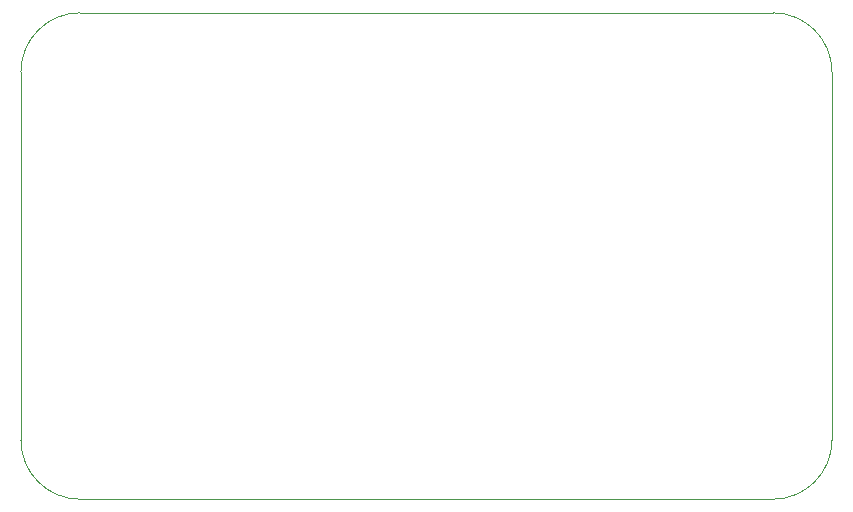
<source format=gbr>
%TF.GenerationSoftware,KiCad,Pcbnew,7.0.10*%
%TF.CreationDate,2024-02-08T12:53:37+00:00*%
%TF.ProjectId,USB-tester,5553422d-7465-4737-9465-722e6b696361,rev?*%
%TF.SameCoordinates,Original*%
%TF.FileFunction,Profile,NP*%
%FSLAX46Y46*%
G04 Gerber Fmt 4.6, Leading zero omitted, Abs format (unit mm)*
G04 Created by KiCad (PCBNEW 7.0.10) date 2024-02-08 12:53:37*
%MOMM*%
%LPD*%
G01*
G04 APERTURE LIST*
%TA.AperFunction,Profile*%
%ADD10C,0.100000*%
%TD*%
G04 APERTURE END LIST*
D10*
X200931477Y-86224923D02*
G75*
G03*
X195931446Y-81224923I-5000077J-77D01*
G01*
X132260574Y-117409326D02*
G75*
G03*
X137260650Y-122409326I5000026J26D01*
G01*
X200931446Y-86224923D02*
X200931447Y-117409325D01*
X137260650Y-122409326D02*
X195931447Y-122409325D01*
X195931447Y-122409347D02*
G75*
G03*
X200931447Y-117409325I-47J5000047D01*
G01*
X137260648Y-81224948D02*
G75*
G03*
X132260648Y-86224924I-48J-4999952D01*
G01*
X132260650Y-117409326D02*
X132260648Y-86224924D01*
X137260648Y-81224924D02*
X195931446Y-81224923D01*
M02*

</source>
